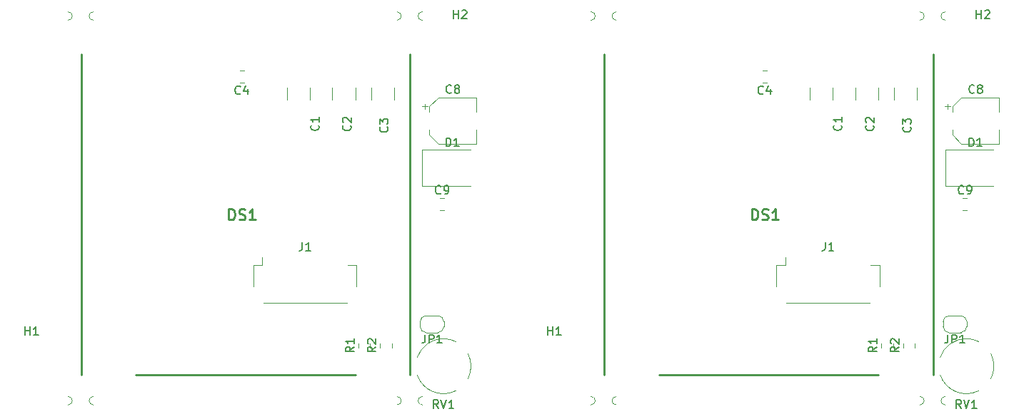
<source format=gto>
G04 #@! TF.GenerationSoftware,KiCad,Pcbnew,7.0.8*
G04 #@! TF.CreationDate,2023-12-11T19:30:21+01:00*
G04 #@! TF.ProjectId,dogs102,646f6773-3130-4322-9e6b-696361645f70,rev?*
G04 #@! TF.SameCoordinates,Original*
G04 #@! TF.FileFunction,Legend,Top*
G04 #@! TF.FilePolarity,Positive*
%FSLAX46Y46*%
G04 Gerber Fmt 4.6, Leading zero omitted, Abs format (unit mm)*
G04 Created by KiCad (PCBNEW 7.0.8) date 2023-12-11 19:30:21*
%MOMM*%
%LPD*%
G01*
G04 APERTURE LIST*
%ADD10C,0.150000*%
%ADD11C,0.254000*%
%ADD12C,0.120000*%
%ADD13C,0.100000*%
G04 APERTURE END LIST*
D10*
X159469580Y-94796166D02*
X159517200Y-94843785D01*
X159517200Y-94843785D02*
X159564819Y-94986642D01*
X159564819Y-94986642D02*
X159564819Y-95081880D01*
X159564819Y-95081880D02*
X159517200Y-95224737D01*
X159517200Y-95224737D02*
X159421961Y-95319975D01*
X159421961Y-95319975D02*
X159326723Y-95367594D01*
X159326723Y-95367594D02*
X159136247Y-95415213D01*
X159136247Y-95415213D02*
X158993390Y-95415213D01*
X158993390Y-95415213D02*
X158802914Y-95367594D01*
X158802914Y-95367594D02*
X158707676Y-95319975D01*
X158707676Y-95319975D02*
X158612438Y-95224737D01*
X158612438Y-95224737D02*
X158564819Y-95081880D01*
X158564819Y-95081880D02*
X158564819Y-94986642D01*
X158564819Y-94986642D02*
X158612438Y-94843785D01*
X158612438Y-94843785D02*
X158660057Y-94796166D01*
X158660057Y-94415213D02*
X158612438Y-94367594D01*
X158612438Y-94367594D02*
X158564819Y-94272356D01*
X158564819Y-94272356D02*
X158564819Y-94034261D01*
X158564819Y-94034261D02*
X158612438Y-93939023D01*
X158612438Y-93939023D02*
X158660057Y-93891404D01*
X158660057Y-93891404D02*
X158755295Y-93843785D01*
X158755295Y-93843785D02*
X158850533Y-93843785D01*
X158850533Y-93843785D02*
X158993390Y-93891404D01*
X158993390Y-93891404D02*
X159564819Y-94462832D01*
X159564819Y-94462832D02*
X159564819Y-93843785D01*
X163857580Y-94958666D02*
X163905200Y-95006285D01*
X163905200Y-95006285D02*
X163952819Y-95149142D01*
X163952819Y-95149142D02*
X163952819Y-95244380D01*
X163952819Y-95244380D02*
X163905200Y-95387237D01*
X163905200Y-95387237D02*
X163809961Y-95482475D01*
X163809961Y-95482475D02*
X163714723Y-95530094D01*
X163714723Y-95530094D02*
X163524247Y-95577713D01*
X163524247Y-95577713D02*
X163381390Y-95577713D01*
X163381390Y-95577713D02*
X163190914Y-95530094D01*
X163190914Y-95530094D02*
X163095676Y-95482475D01*
X163095676Y-95482475D02*
X163000438Y-95387237D01*
X163000438Y-95387237D02*
X162952819Y-95244380D01*
X162952819Y-95244380D02*
X162952819Y-95149142D01*
X162952819Y-95149142D02*
X163000438Y-95006285D01*
X163000438Y-95006285D02*
X163048057Y-94958666D01*
X162952819Y-94625332D02*
X162952819Y-94006285D01*
X162952819Y-94006285D02*
X163333771Y-94339618D01*
X163333771Y-94339618D02*
X163333771Y-94196761D01*
X163333771Y-94196761D02*
X163381390Y-94101523D01*
X163381390Y-94101523D02*
X163429009Y-94053904D01*
X163429009Y-94053904D02*
X163524247Y-94006285D01*
X163524247Y-94006285D02*
X163762342Y-94006285D01*
X163762342Y-94006285D02*
X163857580Y-94053904D01*
X163857580Y-94053904D02*
X163905200Y-94101523D01*
X163905200Y-94101523D02*
X163952819Y-94196761D01*
X163952819Y-94196761D02*
X163952819Y-94482475D01*
X163952819Y-94482475D02*
X163905200Y-94577713D01*
X163905200Y-94577713D02*
X163857580Y-94625332D01*
X155669580Y-94766666D02*
X155717200Y-94814285D01*
X155717200Y-94814285D02*
X155764819Y-94957142D01*
X155764819Y-94957142D02*
X155764819Y-95052380D01*
X155764819Y-95052380D02*
X155717200Y-95195237D01*
X155717200Y-95195237D02*
X155621961Y-95290475D01*
X155621961Y-95290475D02*
X155526723Y-95338094D01*
X155526723Y-95338094D02*
X155336247Y-95385713D01*
X155336247Y-95385713D02*
X155193390Y-95385713D01*
X155193390Y-95385713D02*
X155002914Y-95338094D01*
X155002914Y-95338094D02*
X154907676Y-95290475D01*
X154907676Y-95290475D02*
X154812438Y-95195237D01*
X154812438Y-95195237D02*
X154764819Y-95052380D01*
X154764819Y-95052380D02*
X154764819Y-94957142D01*
X154764819Y-94957142D02*
X154812438Y-94814285D01*
X154812438Y-94814285D02*
X154860057Y-94766666D01*
X155764819Y-93814285D02*
X155764819Y-94385713D01*
X155764819Y-94099999D02*
X154764819Y-94099999D01*
X154764819Y-94099999D02*
X154907676Y-94195237D01*
X154907676Y-94195237D02*
X155002914Y-94290475D01*
X155002914Y-94290475D02*
X155050533Y-94385713D01*
X120904095Y-119698819D02*
X120904095Y-118698819D01*
X120904095Y-119175009D02*
X121475523Y-119175009D01*
X121475523Y-119698819D02*
X121475523Y-118698819D01*
X122475523Y-119698819D02*
X121904095Y-119698819D01*
X122189809Y-119698819D02*
X122189809Y-118698819D01*
X122189809Y-118698819D02*
X122094571Y-118841676D01*
X122094571Y-118841676D02*
X121999333Y-118936914D01*
X121999333Y-118936914D02*
X121904095Y-118984533D01*
X171704095Y-82106819D02*
X171704095Y-81106819D01*
X171704095Y-81583009D02*
X172275523Y-81583009D01*
X172275523Y-82106819D02*
X172275523Y-81106819D01*
X172704095Y-81202057D02*
X172751714Y-81154438D01*
X172751714Y-81154438D02*
X172846952Y-81106819D01*
X172846952Y-81106819D02*
X173085047Y-81106819D01*
X173085047Y-81106819D02*
X173180285Y-81154438D01*
X173180285Y-81154438D02*
X173227904Y-81202057D01*
X173227904Y-81202057D02*
X173275523Y-81297295D01*
X173275523Y-81297295D02*
X173275523Y-81392533D01*
X173275523Y-81392533D02*
X173227904Y-81535390D01*
X173227904Y-81535390D02*
X172656476Y-82106819D01*
X172656476Y-82106819D02*
X173275523Y-82106819D01*
X146443333Y-91009580D02*
X146395714Y-91057200D01*
X146395714Y-91057200D02*
X146252857Y-91104819D01*
X146252857Y-91104819D02*
X146157619Y-91104819D01*
X146157619Y-91104819D02*
X146014762Y-91057200D01*
X146014762Y-91057200D02*
X145919524Y-90961961D01*
X145919524Y-90961961D02*
X145871905Y-90866723D01*
X145871905Y-90866723D02*
X145824286Y-90676247D01*
X145824286Y-90676247D02*
X145824286Y-90533390D01*
X145824286Y-90533390D02*
X145871905Y-90342914D01*
X145871905Y-90342914D02*
X145919524Y-90247676D01*
X145919524Y-90247676D02*
X146014762Y-90152438D01*
X146014762Y-90152438D02*
X146157619Y-90104819D01*
X146157619Y-90104819D02*
X146252857Y-90104819D01*
X146252857Y-90104819D02*
X146395714Y-90152438D01*
X146395714Y-90152438D02*
X146443333Y-90200057D01*
X147300476Y-90438152D02*
X147300476Y-91104819D01*
X147062381Y-90057200D02*
X146824286Y-90771485D01*
X146824286Y-90771485D02*
X147443333Y-90771485D01*
X171451333Y-90893580D02*
X171403714Y-90941200D01*
X171403714Y-90941200D02*
X171260857Y-90988819D01*
X171260857Y-90988819D02*
X171165619Y-90988819D01*
X171165619Y-90988819D02*
X171022762Y-90941200D01*
X171022762Y-90941200D02*
X170927524Y-90845961D01*
X170927524Y-90845961D02*
X170879905Y-90750723D01*
X170879905Y-90750723D02*
X170832286Y-90560247D01*
X170832286Y-90560247D02*
X170832286Y-90417390D01*
X170832286Y-90417390D02*
X170879905Y-90226914D01*
X170879905Y-90226914D02*
X170927524Y-90131676D01*
X170927524Y-90131676D02*
X171022762Y-90036438D01*
X171022762Y-90036438D02*
X171165619Y-89988819D01*
X171165619Y-89988819D02*
X171260857Y-89988819D01*
X171260857Y-89988819D02*
X171403714Y-90036438D01*
X171403714Y-90036438D02*
X171451333Y-90084057D01*
X172022762Y-90417390D02*
X171927524Y-90369771D01*
X171927524Y-90369771D02*
X171879905Y-90322152D01*
X171879905Y-90322152D02*
X171832286Y-90226914D01*
X171832286Y-90226914D02*
X171832286Y-90179295D01*
X171832286Y-90179295D02*
X171879905Y-90084057D01*
X171879905Y-90084057D02*
X171927524Y-90036438D01*
X171927524Y-90036438D02*
X172022762Y-89988819D01*
X172022762Y-89988819D02*
X172213238Y-89988819D01*
X172213238Y-89988819D02*
X172308476Y-90036438D01*
X172308476Y-90036438D02*
X172356095Y-90084057D01*
X172356095Y-90084057D02*
X172403714Y-90179295D01*
X172403714Y-90179295D02*
X172403714Y-90226914D01*
X172403714Y-90226914D02*
X172356095Y-90322152D01*
X172356095Y-90322152D02*
X172308476Y-90369771D01*
X172308476Y-90369771D02*
X172213238Y-90417390D01*
X172213238Y-90417390D02*
X172022762Y-90417390D01*
X172022762Y-90417390D02*
X171927524Y-90465009D01*
X171927524Y-90465009D02*
X171879905Y-90512628D01*
X171879905Y-90512628D02*
X171832286Y-90607866D01*
X171832286Y-90607866D02*
X171832286Y-90798342D01*
X171832286Y-90798342D02*
X171879905Y-90893580D01*
X171879905Y-90893580D02*
X171927524Y-90941200D01*
X171927524Y-90941200D02*
X172022762Y-90988819D01*
X172022762Y-90988819D02*
X172213238Y-90988819D01*
X172213238Y-90988819D02*
X172308476Y-90941200D01*
X172308476Y-90941200D02*
X172356095Y-90893580D01*
X172356095Y-90893580D02*
X172403714Y-90798342D01*
X172403714Y-90798342D02*
X172403714Y-90607866D01*
X172403714Y-90607866D02*
X172356095Y-90512628D01*
X172356095Y-90512628D02*
X172308476Y-90465009D01*
X172308476Y-90465009D02*
X172213238Y-90417390D01*
X170188833Y-102849580D02*
X170141214Y-102897200D01*
X170141214Y-102897200D02*
X169998357Y-102944819D01*
X169998357Y-102944819D02*
X169903119Y-102944819D01*
X169903119Y-102944819D02*
X169760262Y-102897200D01*
X169760262Y-102897200D02*
X169665024Y-102801961D01*
X169665024Y-102801961D02*
X169617405Y-102706723D01*
X169617405Y-102706723D02*
X169569786Y-102516247D01*
X169569786Y-102516247D02*
X169569786Y-102373390D01*
X169569786Y-102373390D02*
X169617405Y-102182914D01*
X169617405Y-102182914D02*
X169665024Y-102087676D01*
X169665024Y-102087676D02*
X169760262Y-101992438D01*
X169760262Y-101992438D02*
X169903119Y-101944819D01*
X169903119Y-101944819D02*
X169998357Y-101944819D01*
X169998357Y-101944819D02*
X170141214Y-101992438D01*
X170141214Y-101992438D02*
X170188833Y-102040057D01*
X170665024Y-102944819D02*
X170855500Y-102944819D01*
X170855500Y-102944819D02*
X170950738Y-102897200D01*
X170950738Y-102897200D02*
X170998357Y-102849580D01*
X170998357Y-102849580D02*
X171093595Y-102706723D01*
X171093595Y-102706723D02*
X171141214Y-102516247D01*
X171141214Y-102516247D02*
X171141214Y-102135295D01*
X171141214Y-102135295D02*
X171093595Y-102040057D01*
X171093595Y-102040057D02*
X171045976Y-101992438D01*
X171045976Y-101992438D02*
X170950738Y-101944819D01*
X170950738Y-101944819D02*
X170760262Y-101944819D01*
X170760262Y-101944819D02*
X170665024Y-101992438D01*
X170665024Y-101992438D02*
X170617405Y-102040057D01*
X170617405Y-102040057D02*
X170569786Y-102135295D01*
X170569786Y-102135295D02*
X170569786Y-102373390D01*
X170569786Y-102373390D02*
X170617405Y-102468628D01*
X170617405Y-102468628D02*
X170665024Y-102516247D01*
X170665024Y-102516247D02*
X170760262Y-102563866D01*
X170760262Y-102563866D02*
X170950738Y-102563866D01*
X170950738Y-102563866D02*
X171045976Y-102516247D01*
X171045976Y-102516247D02*
X171093595Y-102468628D01*
X171093595Y-102468628D02*
X171141214Y-102373390D01*
X170829905Y-97276819D02*
X170829905Y-96276819D01*
X170829905Y-96276819D02*
X171068000Y-96276819D01*
X171068000Y-96276819D02*
X171210857Y-96324438D01*
X171210857Y-96324438D02*
X171306095Y-96419676D01*
X171306095Y-96419676D02*
X171353714Y-96514914D01*
X171353714Y-96514914D02*
X171401333Y-96705390D01*
X171401333Y-96705390D02*
X171401333Y-96848247D01*
X171401333Y-96848247D02*
X171353714Y-97038723D01*
X171353714Y-97038723D02*
X171306095Y-97133961D01*
X171306095Y-97133961D02*
X171210857Y-97229200D01*
X171210857Y-97229200D02*
X171068000Y-97276819D01*
X171068000Y-97276819D02*
X170829905Y-97276819D01*
X172353714Y-97276819D02*
X171782286Y-97276819D01*
X172068000Y-97276819D02*
X172068000Y-96276819D01*
X172068000Y-96276819D02*
X171972762Y-96419676D01*
X171972762Y-96419676D02*
X171877524Y-96514914D01*
X171877524Y-96514914D02*
X171782286Y-96562533D01*
X159914819Y-121104166D02*
X159438628Y-121437499D01*
X159914819Y-121675594D02*
X158914819Y-121675594D01*
X158914819Y-121675594D02*
X158914819Y-121294642D01*
X158914819Y-121294642D02*
X158962438Y-121199404D01*
X158962438Y-121199404D02*
X159010057Y-121151785D01*
X159010057Y-121151785D02*
X159105295Y-121104166D01*
X159105295Y-121104166D02*
X159248152Y-121104166D01*
X159248152Y-121104166D02*
X159343390Y-121151785D01*
X159343390Y-121151785D02*
X159391009Y-121199404D01*
X159391009Y-121199404D02*
X159438628Y-121294642D01*
X159438628Y-121294642D02*
X159438628Y-121675594D01*
X159914819Y-120151785D02*
X159914819Y-120723213D01*
X159914819Y-120437499D02*
X158914819Y-120437499D01*
X158914819Y-120437499D02*
X159057676Y-120532737D01*
X159057676Y-120532737D02*
X159152914Y-120627975D01*
X159152914Y-120627975D02*
X159200533Y-120723213D01*
X162514819Y-121104166D02*
X162038628Y-121437499D01*
X162514819Y-121675594D02*
X161514819Y-121675594D01*
X161514819Y-121675594D02*
X161514819Y-121294642D01*
X161514819Y-121294642D02*
X161562438Y-121199404D01*
X161562438Y-121199404D02*
X161610057Y-121151785D01*
X161610057Y-121151785D02*
X161705295Y-121104166D01*
X161705295Y-121104166D02*
X161848152Y-121104166D01*
X161848152Y-121104166D02*
X161943390Y-121151785D01*
X161943390Y-121151785D02*
X161991009Y-121199404D01*
X161991009Y-121199404D02*
X162038628Y-121294642D01*
X162038628Y-121294642D02*
X162038628Y-121675594D01*
X161610057Y-120723213D02*
X161562438Y-120675594D01*
X161562438Y-120675594D02*
X161514819Y-120580356D01*
X161514819Y-120580356D02*
X161514819Y-120342261D01*
X161514819Y-120342261D02*
X161562438Y-120247023D01*
X161562438Y-120247023D02*
X161610057Y-120199404D01*
X161610057Y-120199404D02*
X161705295Y-120151785D01*
X161705295Y-120151785D02*
X161800533Y-120151785D01*
X161800533Y-120151785D02*
X161943390Y-120199404D01*
X161943390Y-120199404D02*
X162514819Y-120770832D01*
X162514819Y-120770832D02*
X162514819Y-120151785D01*
D11*
X145070206Y-105999278D02*
X145070206Y-104729278D01*
X145070206Y-104729278D02*
X145372587Y-104729278D01*
X145372587Y-104729278D02*
X145554016Y-104789754D01*
X145554016Y-104789754D02*
X145674968Y-104910706D01*
X145674968Y-104910706D02*
X145735445Y-105031659D01*
X145735445Y-105031659D02*
X145795921Y-105273563D01*
X145795921Y-105273563D02*
X145795921Y-105454992D01*
X145795921Y-105454992D02*
X145735445Y-105696897D01*
X145735445Y-105696897D02*
X145674968Y-105817849D01*
X145674968Y-105817849D02*
X145554016Y-105938802D01*
X145554016Y-105938802D02*
X145372587Y-105999278D01*
X145372587Y-105999278D02*
X145070206Y-105999278D01*
X146279730Y-105938802D02*
X146461159Y-105999278D01*
X146461159Y-105999278D02*
X146763540Y-105999278D01*
X146763540Y-105999278D02*
X146884492Y-105938802D01*
X146884492Y-105938802D02*
X146944968Y-105878325D01*
X146944968Y-105878325D02*
X147005445Y-105757373D01*
X147005445Y-105757373D02*
X147005445Y-105636421D01*
X147005445Y-105636421D02*
X146944968Y-105515468D01*
X146944968Y-105515468D02*
X146884492Y-105454992D01*
X146884492Y-105454992D02*
X146763540Y-105394516D01*
X146763540Y-105394516D02*
X146521635Y-105334040D01*
X146521635Y-105334040D02*
X146400683Y-105273563D01*
X146400683Y-105273563D02*
X146340206Y-105213087D01*
X146340206Y-105213087D02*
X146279730Y-105092135D01*
X146279730Y-105092135D02*
X146279730Y-104971182D01*
X146279730Y-104971182D02*
X146340206Y-104850230D01*
X146340206Y-104850230D02*
X146400683Y-104789754D01*
X146400683Y-104789754D02*
X146521635Y-104729278D01*
X146521635Y-104729278D02*
X146824016Y-104729278D01*
X146824016Y-104729278D02*
X147005445Y-104789754D01*
X148214969Y-105999278D02*
X147489254Y-105999278D01*
X147852111Y-105999278D02*
X147852111Y-104729278D01*
X147852111Y-104729278D02*
X147731159Y-104910706D01*
X147731159Y-104910706D02*
X147610207Y-105031659D01*
X147610207Y-105031659D02*
X147489254Y-105092135D01*
D10*
X168326666Y-119654819D02*
X168326666Y-120369104D01*
X168326666Y-120369104D02*
X168279047Y-120511961D01*
X168279047Y-120511961D02*
X168183809Y-120607200D01*
X168183809Y-120607200D02*
X168040952Y-120654819D01*
X168040952Y-120654819D02*
X167945714Y-120654819D01*
X168802857Y-120654819D02*
X168802857Y-119654819D01*
X168802857Y-119654819D02*
X169183809Y-119654819D01*
X169183809Y-119654819D02*
X169279047Y-119702438D01*
X169279047Y-119702438D02*
X169326666Y-119750057D01*
X169326666Y-119750057D02*
X169374285Y-119845295D01*
X169374285Y-119845295D02*
X169374285Y-119988152D01*
X169374285Y-119988152D02*
X169326666Y-120083390D01*
X169326666Y-120083390D02*
X169279047Y-120131009D01*
X169279047Y-120131009D02*
X169183809Y-120178628D01*
X169183809Y-120178628D02*
X168802857Y-120178628D01*
X170326666Y-120654819D02*
X169755238Y-120654819D01*
X170040952Y-120654819D02*
X170040952Y-119654819D01*
X170040952Y-119654819D02*
X169945714Y-119797676D01*
X169945714Y-119797676D02*
X169850476Y-119892914D01*
X169850476Y-119892914D02*
X169755238Y-119940533D01*
X169914761Y-128414819D02*
X169581428Y-127938628D01*
X169343333Y-128414819D02*
X169343333Y-127414819D01*
X169343333Y-127414819D02*
X169724285Y-127414819D01*
X169724285Y-127414819D02*
X169819523Y-127462438D01*
X169819523Y-127462438D02*
X169867142Y-127510057D01*
X169867142Y-127510057D02*
X169914761Y-127605295D01*
X169914761Y-127605295D02*
X169914761Y-127748152D01*
X169914761Y-127748152D02*
X169867142Y-127843390D01*
X169867142Y-127843390D02*
X169819523Y-127891009D01*
X169819523Y-127891009D02*
X169724285Y-127938628D01*
X169724285Y-127938628D02*
X169343333Y-127938628D01*
X170200476Y-127414819D02*
X170533809Y-128414819D01*
X170533809Y-128414819D02*
X170867142Y-127414819D01*
X171724285Y-128414819D02*
X171152857Y-128414819D01*
X171438571Y-128414819D02*
X171438571Y-127414819D01*
X171438571Y-127414819D02*
X171343333Y-127557676D01*
X171343333Y-127557676D02*
X171248095Y-127652914D01*
X171248095Y-127652914D02*
X171152857Y-127700533D01*
X215776666Y-108674819D02*
X215776666Y-109389104D01*
X215776666Y-109389104D02*
X215729047Y-109531961D01*
X215729047Y-109531961D02*
X215633809Y-109627200D01*
X215633809Y-109627200D02*
X215490952Y-109674819D01*
X215490952Y-109674819D02*
X215395714Y-109674819D01*
X216776666Y-109674819D02*
X216205238Y-109674819D01*
X216490952Y-109674819D02*
X216490952Y-108674819D01*
X216490952Y-108674819D02*
X216395714Y-108817676D01*
X216395714Y-108817676D02*
X216300476Y-108912914D01*
X216300476Y-108912914D02*
X216205238Y-108960533D01*
X221914819Y-121104166D02*
X221438628Y-121437499D01*
X221914819Y-121675594D02*
X220914819Y-121675594D01*
X220914819Y-121675594D02*
X220914819Y-121294642D01*
X220914819Y-121294642D02*
X220962438Y-121199404D01*
X220962438Y-121199404D02*
X221010057Y-121151785D01*
X221010057Y-121151785D02*
X221105295Y-121104166D01*
X221105295Y-121104166D02*
X221248152Y-121104166D01*
X221248152Y-121104166D02*
X221343390Y-121151785D01*
X221343390Y-121151785D02*
X221391009Y-121199404D01*
X221391009Y-121199404D02*
X221438628Y-121294642D01*
X221438628Y-121294642D02*
X221438628Y-121675594D01*
X221914819Y-120151785D02*
X221914819Y-120723213D01*
X221914819Y-120437499D02*
X220914819Y-120437499D01*
X220914819Y-120437499D02*
X221057676Y-120532737D01*
X221057676Y-120532737D02*
X221152914Y-120627975D01*
X221152914Y-120627975D02*
X221200533Y-120723213D01*
D11*
X207070206Y-105999278D02*
X207070206Y-104729278D01*
X207070206Y-104729278D02*
X207372587Y-104729278D01*
X207372587Y-104729278D02*
X207554016Y-104789754D01*
X207554016Y-104789754D02*
X207674968Y-104910706D01*
X207674968Y-104910706D02*
X207735445Y-105031659D01*
X207735445Y-105031659D02*
X207795921Y-105273563D01*
X207795921Y-105273563D02*
X207795921Y-105454992D01*
X207795921Y-105454992D02*
X207735445Y-105696897D01*
X207735445Y-105696897D02*
X207674968Y-105817849D01*
X207674968Y-105817849D02*
X207554016Y-105938802D01*
X207554016Y-105938802D02*
X207372587Y-105999278D01*
X207372587Y-105999278D02*
X207070206Y-105999278D01*
X208279730Y-105938802D02*
X208461159Y-105999278D01*
X208461159Y-105999278D02*
X208763540Y-105999278D01*
X208763540Y-105999278D02*
X208884492Y-105938802D01*
X208884492Y-105938802D02*
X208944968Y-105878325D01*
X208944968Y-105878325D02*
X209005445Y-105757373D01*
X209005445Y-105757373D02*
X209005445Y-105636421D01*
X209005445Y-105636421D02*
X208944968Y-105515468D01*
X208944968Y-105515468D02*
X208884492Y-105454992D01*
X208884492Y-105454992D02*
X208763540Y-105394516D01*
X208763540Y-105394516D02*
X208521635Y-105334040D01*
X208521635Y-105334040D02*
X208400683Y-105273563D01*
X208400683Y-105273563D02*
X208340206Y-105213087D01*
X208340206Y-105213087D02*
X208279730Y-105092135D01*
X208279730Y-105092135D02*
X208279730Y-104971182D01*
X208279730Y-104971182D02*
X208340206Y-104850230D01*
X208340206Y-104850230D02*
X208400683Y-104789754D01*
X208400683Y-104789754D02*
X208521635Y-104729278D01*
X208521635Y-104729278D02*
X208824016Y-104729278D01*
X208824016Y-104729278D02*
X209005445Y-104789754D01*
X210214969Y-105999278D02*
X209489254Y-105999278D01*
X209852111Y-105999278D02*
X209852111Y-104729278D01*
X209852111Y-104729278D02*
X209731159Y-104910706D01*
X209731159Y-104910706D02*
X209610207Y-105031659D01*
X209610207Y-105031659D02*
X209489254Y-105092135D01*
D10*
X232829905Y-97276819D02*
X232829905Y-96276819D01*
X232829905Y-96276819D02*
X233068000Y-96276819D01*
X233068000Y-96276819D02*
X233210857Y-96324438D01*
X233210857Y-96324438D02*
X233306095Y-96419676D01*
X233306095Y-96419676D02*
X233353714Y-96514914D01*
X233353714Y-96514914D02*
X233401333Y-96705390D01*
X233401333Y-96705390D02*
X233401333Y-96848247D01*
X233401333Y-96848247D02*
X233353714Y-97038723D01*
X233353714Y-97038723D02*
X233306095Y-97133961D01*
X233306095Y-97133961D02*
X233210857Y-97229200D01*
X233210857Y-97229200D02*
X233068000Y-97276819D01*
X233068000Y-97276819D02*
X232829905Y-97276819D01*
X234353714Y-97276819D02*
X233782286Y-97276819D01*
X234068000Y-97276819D02*
X234068000Y-96276819D01*
X234068000Y-96276819D02*
X233972762Y-96419676D01*
X233972762Y-96419676D02*
X233877524Y-96514914D01*
X233877524Y-96514914D02*
X233782286Y-96562533D01*
X225857580Y-94958666D02*
X225905200Y-95006285D01*
X225905200Y-95006285D02*
X225952819Y-95149142D01*
X225952819Y-95149142D02*
X225952819Y-95244380D01*
X225952819Y-95244380D02*
X225905200Y-95387237D01*
X225905200Y-95387237D02*
X225809961Y-95482475D01*
X225809961Y-95482475D02*
X225714723Y-95530094D01*
X225714723Y-95530094D02*
X225524247Y-95577713D01*
X225524247Y-95577713D02*
X225381390Y-95577713D01*
X225381390Y-95577713D02*
X225190914Y-95530094D01*
X225190914Y-95530094D02*
X225095676Y-95482475D01*
X225095676Y-95482475D02*
X225000438Y-95387237D01*
X225000438Y-95387237D02*
X224952819Y-95244380D01*
X224952819Y-95244380D02*
X224952819Y-95149142D01*
X224952819Y-95149142D02*
X225000438Y-95006285D01*
X225000438Y-95006285D02*
X225048057Y-94958666D01*
X224952819Y-94625332D02*
X224952819Y-94006285D01*
X224952819Y-94006285D02*
X225333771Y-94339618D01*
X225333771Y-94339618D02*
X225333771Y-94196761D01*
X225333771Y-94196761D02*
X225381390Y-94101523D01*
X225381390Y-94101523D02*
X225429009Y-94053904D01*
X225429009Y-94053904D02*
X225524247Y-94006285D01*
X225524247Y-94006285D02*
X225762342Y-94006285D01*
X225762342Y-94006285D02*
X225857580Y-94053904D01*
X225857580Y-94053904D02*
X225905200Y-94101523D01*
X225905200Y-94101523D02*
X225952819Y-94196761D01*
X225952819Y-94196761D02*
X225952819Y-94482475D01*
X225952819Y-94482475D02*
X225905200Y-94577713D01*
X225905200Y-94577713D02*
X225857580Y-94625332D01*
X208443333Y-91009580D02*
X208395714Y-91057200D01*
X208395714Y-91057200D02*
X208252857Y-91104819D01*
X208252857Y-91104819D02*
X208157619Y-91104819D01*
X208157619Y-91104819D02*
X208014762Y-91057200D01*
X208014762Y-91057200D02*
X207919524Y-90961961D01*
X207919524Y-90961961D02*
X207871905Y-90866723D01*
X207871905Y-90866723D02*
X207824286Y-90676247D01*
X207824286Y-90676247D02*
X207824286Y-90533390D01*
X207824286Y-90533390D02*
X207871905Y-90342914D01*
X207871905Y-90342914D02*
X207919524Y-90247676D01*
X207919524Y-90247676D02*
X208014762Y-90152438D01*
X208014762Y-90152438D02*
X208157619Y-90104819D01*
X208157619Y-90104819D02*
X208252857Y-90104819D01*
X208252857Y-90104819D02*
X208395714Y-90152438D01*
X208395714Y-90152438D02*
X208443333Y-90200057D01*
X209300476Y-90438152D02*
X209300476Y-91104819D01*
X209062381Y-90057200D02*
X208824286Y-90771485D01*
X208824286Y-90771485D02*
X209443333Y-90771485D01*
X232188833Y-102849580D02*
X232141214Y-102897200D01*
X232141214Y-102897200D02*
X231998357Y-102944819D01*
X231998357Y-102944819D02*
X231903119Y-102944819D01*
X231903119Y-102944819D02*
X231760262Y-102897200D01*
X231760262Y-102897200D02*
X231665024Y-102801961D01*
X231665024Y-102801961D02*
X231617405Y-102706723D01*
X231617405Y-102706723D02*
X231569786Y-102516247D01*
X231569786Y-102516247D02*
X231569786Y-102373390D01*
X231569786Y-102373390D02*
X231617405Y-102182914D01*
X231617405Y-102182914D02*
X231665024Y-102087676D01*
X231665024Y-102087676D02*
X231760262Y-101992438D01*
X231760262Y-101992438D02*
X231903119Y-101944819D01*
X231903119Y-101944819D02*
X231998357Y-101944819D01*
X231998357Y-101944819D02*
X232141214Y-101992438D01*
X232141214Y-101992438D02*
X232188833Y-102040057D01*
X232665024Y-102944819D02*
X232855500Y-102944819D01*
X232855500Y-102944819D02*
X232950738Y-102897200D01*
X232950738Y-102897200D02*
X232998357Y-102849580D01*
X232998357Y-102849580D02*
X233093595Y-102706723D01*
X233093595Y-102706723D02*
X233141214Y-102516247D01*
X233141214Y-102516247D02*
X233141214Y-102135295D01*
X233141214Y-102135295D02*
X233093595Y-102040057D01*
X233093595Y-102040057D02*
X233045976Y-101992438D01*
X233045976Y-101992438D02*
X232950738Y-101944819D01*
X232950738Y-101944819D02*
X232760262Y-101944819D01*
X232760262Y-101944819D02*
X232665024Y-101992438D01*
X232665024Y-101992438D02*
X232617405Y-102040057D01*
X232617405Y-102040057D02*
X232569786Y-102135295D01*
X232569786Y-102135295D02*
X232569786Y-102373390D01*
X232569786Y-102373390D02*
X232617405Y-102468628D01*
X232617405Y-102468628D02*
X232665024Y-102516247D01*
X232665024Y-102516247D02*
X232760262Y-102563866D01*
X232760262Y-102563866D02*
X232950738Y-102563866D01*
X232950738Y-102563866D02*
X233045976Y-102516247D01*
X233045976Y-102516247D02*
X233093595Y-102468628D01*
X233093595Y-102468628D02*
X233141214Y-102373390D01*
X233451333Y-90893580D02*
X233403714Y-90941200D01*
X233403714Y-90941200D02*
X233260857Y-90988819D01*
X233260857Y-90988819D02*
X233165619Y-90988819D01*
X233165619Y-90988819D02*
X233022762Y-90941200D01*
X233022762Y-90941200D02*
X232927524Y-90845961D01*
X232927524Y-90845961D02*
X232879905Y-90750723D01*
X232879905Y-90750723D02*
X232832286Y-90560247D01*
X232832286Y-90560247D02*
X232832286Y-90417390D01*
X232832286Y-90417390D02*
X232879905Y-90226914D01*
X232879905Y-90226914D02*
X232927524Y-90131676D01*
X232927524Y-90131676D02*
X233022762Y-90036438D01*
X233022762Y-90036438D02*
X233165619Y-89988819D01*
X233165619Y-89988819D02*
X233260857Y-89988819D01*
X233260857Y-89988819D02*
X233403714Y-90036438D01*
X233403714Y-90036438D02*
X233451333Y-90084057D01*
X234022762Y-90417390D02*
X233927524Y-90369771D01*
X233927524Y-90369771D02*
X233879905Y-90322152D01*
X233879905Y-90322152D02*
X233832286Y-90226914D01*
X233832286Y-90226914D02*
X233832286Y-90179295D01*
X233832286Y-90179295D02*
X233879905Y-90084057D01*
X233879905Y-90084057D02*
X233927524Y-90036438D01*
X233927524Y-90036438D02*
X234022762Y-89988819D01*
X234022762Y-89988819D02*
X234213238Y-89988819D01*
X234213238Y-89988819D02*
X234308476Y-90036438D01*
X234308476Y-90036438D02*
X234356095Y-90084057D01*
X234356095Y-90084057D02*
X234403714Y-90179295D01*
X234403714Y-90179295D02*
X234403714Y-90226914D01*
X234403714Y-90226914D02*
X234356095Y-90322152D01*
X234356095Y-90322152D02*
X234308476Y-90369771D01*
X234308476Y-90369771D02*
X234213238Y-90417390D01*
X234213238Y-90417390D02*
X234022762Y-90417390D01*
X234022762Y-90417390D02*
X233927524Y-90465009D01*
X233927524Y-90465009D02*
X233879905Y-90512628D01*
X233879905Y-90512628D02*
X233832286Y-90607866D01*
X233832286Y-90607866D02*
X233832286Y-90798342D01*
X233832286Y-90798342D02*
X233879905Y-90893580D01*
X233879905Y-90893580D02*
X233927524Y-90941200D01*
X233927524Y-90941200D02*
X234022762Y-90988819D01*
X234022762Y-90988819D02*
X234213238Y-90988819D01*
X234213238Y-90988819D02*
X234308476Y-90941200D01*
X234308476Y-90941200D02*
X234356095Y-90893580D01*
X234356095Y-90893580D02*
X234403714Y-90798342D01*
X234403714Y-90798342D02*
X234403714Y-90607866D01*
X234403714Y-90607866D02*
X234356095Y-90512628D01*
X234356095Y-90512628D02*
X234308476Y-90465009D01*
X234308476Y-90465009D02*
X234213238Y-90417390D01*
X153776666Y-108674819D02*
X153776666Y-109389104D01*
X153776666Y-109389104D02*
X153729047Y-109531961D01*
X153729047Y-109531961D02*
X153633809Y-109627200D01*
X153633809Y-109627200D02*
X153490952Y-109674819D01*
X153490952Y-109674819D02*
X153395714Y-109674819D01*
X154776666Y-109674819D02*
X154205238Y-109674819D01*
X154490952Y-109674819D02*
X154490952Y-108674819D01*
X154490952Y-108674819D02*
X154395714Y-108817676D01*
X154395714Y-108817676D02*
X154300476Y-108912914D01*
X154300476Y-108912914D02*
X154205238Y-108960533D01*
X217669580Y-94766666D02*
X217717200Y-94814285D01*
X217717200Y-94814285D02*
X217764819Y-94957142D01*
X217764819Y-94957142D02*
X217764819Y-95052380D01*
X217764819Y-95052380D02*
X217717200Y-95195237D01*
X217717200Y-95195237D02*
X217621961Y-95290475D01*
X217621961Y-95290475D02*
X217526723Y-95338094D01*
X217526723Y-95338094D02*
X217336247Y-95385713D01*
X217336247Y-95385713D02*
X217193390Y-95385713D01*
X217193390Y-95385713D02*
X217002914Y-95338094D01*
X217002914Y-95338094D02*
X216907676Y-95290475D01*
X216907676Y-95290475D02*
X216812438Y-95195237D01*
X216812438Y-95195237D02*
X216764819Y-95052380D01*
X216764819Y-95052380D02*
X216764819Y-94957142D01*
X216764819Y-94957142D02*
X216812438Y-94814285D01*
X216812438Y-94814285D02*
X216860057Y-94766666D01*
X217764819Y-93814285D02*
X217764819Y-94385713D01*
X217764819Y-94099999D02*
X216764819Y-94099999D01*
X216764819Y-94099999D02*
X216907676Y-94195237D01*
X216907676Y-94195237D02*
X217002914Y-94290475D01*
X217002914Y-94290475D02*
X217050533Y-94385713D01*
X221469580Y-94796166D02*
X221517200Y-94843785D01*
X221517200Y-94843785D02*
X221564819Y-94986642D01*
X221564819Y-94986642D02*
X221564819Y-95081880D01*
X221564819Y-95081880D02*
X221517200Y-95224737D01*
X221517200Y-95224737D02*
X221421961Y-95319975D01*
X221421961Y-95319975D02*
X221326723Y-95367594D01*
X221326723Y-95367594D02*
X221136247Y-95415213D01*
X221136247Y-95415213D02*
X220993390Y-95415213D01*
X220993390Y-95415213D02*
X220802914Y-95367594D01*
X220802914Y-95367594D02*
X220707676Y-95319975D01*
X220707676Y-95319975D02*
X220612438Y-95224737D01*
X220612438Y-95224737D02*
X220564819Y-95081880D01*
X220564819Y-95081880D02*
X220564819Y-94986642D01*
X220564819Y-94986642D02*
X220612438Y-94843785D01*
X220612438Y-94843785D02*
X220660057Y-94796166D01*
X220660057Y-94415213D02*
X220612438Y-94367594D01*
X220612438Y-94367594D02*
X220564819Y-94272356D01*
X220564819Y-94272356D02*
X220564819Y-94034261D01*
X220564819Y-94034261D02*
X220612438Y-93939023D01*
X220612438Y-93939023D02*
X220660057Y-93891404D01*
X220660057Y-93891404D02*
X220755295Y-93843785D01*
X220755295Y-93843785D02*
X220850533Y-93843785D01*
X220850533Y-93843785D02*
X220993390Y-93891404D01*
X220993390Y-93891404D02*
X221564819Y-94462832D01*
X221564819Y-94462832D02*
X221564819Y-93843785D01*
X233704095Y-82106819D02*
X233704095Y-81106819D01*
X233704095Y-81583009D02*
X234275523Y-81583009D01*
X234275523Y-82106819D02*
X234275523Y-81106819D01*
X234704095Y-81202057D02*
X234751714Y-81154438D01*
X234751714Y-81154438D02*
X234846952Y-81106819D01*
X234846952Y-81106819D02*
X235085047Y-81106819D01*
X235085047Y-81106819D02*
X235180285Y-81154438D01*
X235180285Y-81154438D02*
X235227904Y-81202057D01*
X235227904Y-81202057D02*
X235275523Y-81297295D01*
X235275523Y-81297295D02*
X235275523Y-81392533D01*
X235275523Y-81392533D02*
X235227904Y-81535390D01*
X235227904Y-81535390D02*
X234656476Y-82106819D01*
X234656476Y-82106819D02*
X235275523Y-82106819D01*
X231914761Y-128414819D02*
X231581428Y-127938628D01*
X231343333Y-128414819D02*
X231343333Y-127414819D01*
X231343333Y-127414819D02*
X231724285Y-127414819D01*
X231724285Y-127414819D02*
X231819523Y-127462438D01*
X231819523Y-127462438D02*
X231867142Y-127510057D01*
X231867142Y-127510057D02*
X231914761Y-127605295D01*
X231914761Y-127605295D02*
X231914761Y-127748152D01*
X231914761Y-127748152D02*
X231867142Y-127843390D01*
X231867142Y-127843390D02*
X231819523Y-127891009D01*
X231819523Y-127891009D02*
X231724285Y-127938628D01*
X231724285Y-127938628D02*
X231343333Y-127938628D01*
X232200476Y-127414819D02*
X232533809Y-128414819D01*
X232533809Y-128414819D02*
X232867142Y-127414819D01*
X233724285Y-128414819D02*
X233152857Y-128414819D01*
X233438571Y-128414819D02*
X233438571Y-127414819D01*
X233438571Y-127414819D02*
X233343333Y-127557676D01*
X233343333Y-127557676D02*
X233248095Y-127652914D01*
X233248095Y-127652914D02*
X233152857Y-127700533D01*
X224514819Y-121104166D02*
X224038628Y-121437499D01*
X224514819Y-121675594D02*
X223514819Y-121675594D01*
X223514819Y-121675594D02*
X223514819Y-121294642D01*
X223514819Y-121294642D02*
X223562438Y-121199404D01*
X223562438Y-121199404D02*
X223610057Y-121151785D01*
X223610057Y-121151785D02*
X223705295Y-121104166D01*
X223705295Y-121104166D02*
X223848152Y-121104166D01*
X223848152Y-121104166D02*
X223943390Y-121151785D01*
X223943390Y-121151785D02*
X223991009Y-121199404D01*
X223991009Y-121199404D02*
X224038628Y-121294642D01*
X224038628Y-121294642D02*
X224038628Y-121675594D01*
X223610057Y-120723213D02*
X223562438Y-120675594D01*
X223562438Y-120675594D02*
X223514819Y-120580356D01*
X223514819Y-120580356D02*
X223514819Y-120342261D01*
X223514819Y-120342261D02*
X223562438Y-120247023D01*
X223562438Y-120247023D02*
X223610057Y-120199404D01*
X223610057Y-120199404D02*
X223705295Y-120151785D01*
X223705295Y-120151785D02*
X223800533Y-120151785D01*
X223800533Y-120151785D02*
X223943390Y-120199404D01*
X223943390Y-120199404D02*
X224514819Y-120770832D01*
X224514819Y-120770832D02*
X224514819Y-120151785D01*
X230326666Y-119654819D02*
X230326666Y-120369104D01*
X230326666Y-120369104D02*
X230279047Y-120511961D01*
X230279047Y-120511961D02*
X230183809Y-120607200D01*
X230183809Y-120607200D02*
X230040952Y-120654819D01*
X230040952Y-120654819D02*
X229945714Y-120654819D01*
X230802857Y-120654819D02*
X230802857Y-119654819D01*
X230802857Y-119654819D02*
X231183809Y-119654819D01*
X231183809Y-119654819D02*
X231279047Y-119702438D01*
X231279047Y-119702438D02*
X231326666Y-119750057D01*
X231326666Y-119750057D02*
X231374285Y-119845295D01*
X231374285Y-119845295D02*
X231374285Y-119988152D01*
X231374285Y-119988152D02*
X231326666Y-120083390D01*
X231326666Y-120083390D02*
X231279047Y-120131009D01*
X231279047Y-120131009D02*
X231183809Y-120178628D01*
X231183809Y-120178628D02*
X230802857Y-120178628D01*
X232326666Y-120654819D02*
X231755238Y-120654819D01*
X232040952Y-120654819D02*
X232040952Y-119654819D01*
X232040952Y-119654819D02*
X231945714Y-119797676D01*
X231945714Y-119797676D02*
X231850476Y-119892914D01*
X231850476Y-119892914D02*
X231755238Y-119940533D01*
X182904095Y-119698819D02*
X182904095Y-118698819D01*
X182904095Y-119175009D02*
X183475523Y-119175009D01*
X183475523Y-119698819D02*
X183475523Y-118698819D01*
X184475523Y-119698819D02*
X183904095Y-119698819D01*
X184189809Y-119698819D02*
X184189809Y-118698819D01*
X184189809Y-118698819D02*
X184094571Y-118841676D01*
X184094571Y-118841676D02*
X183999333Y-118936914D01*
X183999333Y-118936914D02*
X183904095Y-118984533D01*
D12*
X157350000Y-91748752D02*
X157350000Y-90326248D01*
X160070000Y-91748752D02*
X160070000Y-90326248D01*
X161950000Y-91711252D02*
X161950000Y-90288748D01*
X164670000Y-91711252D02*
X164670000Y-90288748D01*
X151950000Y-91748752D02*
X151950000Y-90326248D01*
X154670000Y-91748752D02*
X154670000Y-90326248D01*
X146868578Y-89710000D02*
X146351422Y-89710000D01*
X146868578Y-88290000D02*
X146351422Y-88290000D01*
X167993000Y-92549000D02*
X168618000Y-92549000D01*
X168305500Y-92236500D02*
X168305500Y-92861500D01*
X168858000Y-92538437D02*
X168858000Y-93174000D01*
X168858000Y-92538437D02*
X169922437Y-91474000D01*
X168858000Y-95929563D02*
X168858000Y-95294000D01*
X168858000Y-95929563D02*
X169922437Y-96994000D01*
X169922437Y-91474000D02*
X174378000Y-91474000D01*
X169922437Y-96994000D02*
X174378000Y-96994000D01*
X174378000Y-91474000D02*
X174378000Y-93174000D01*
X174378000Y-96994000D02*
X174378000Y-95294000D01*
X170096922Y-103430000D02*
X170614078Y-103430000D01*
X170096922Y-104850000D02*
X170614078Y-104850000D01*
X168018000Y-97672000D02*
X168018000Y-101972000D01*
X168018000Y-97672000D02*
X173718000Y-97672000D01*
X168018000Y-101972000D02*
X173718000Y-101972000D01*
X160400000Y-121196078D02*
X160400000Y-120678922D01*
X161820000Y-121196078D02*
X161820000Y-120678922D01*
X163000000Y-121196078D02*
X163000000Y-120678922D01*
X164420000Y-121196078D02*
X164420000Y-120678922D01*
D11*
X127566000Y-86360000D02*
X127566000Y-124460000D01*
X134066000Y-124460000D02*
X160066000Y-124460000D01*
X166566000Y-86360000D02*
X166566000Y-124460000D01*
D12*
X170560000Y-118100000D02*
X170560000Y-118700000D01*
X169860000Y-119400000D02*
X168460000Y-119400000D01*
X168460000Y-117400000D02*
X169860000Y-117400000D01*
X167760000Y-118700000D02*
X167760000Y-118100000D01*
X169860000Y-119400000D02*
G75*
G03*
X170560000Y-118700000I1J699999D01*
G01*
X170560000Y-118100000D02*
G75*
G03*
X169860000Y-117400000I-699999J1D01*
G01*
X167760000Y-118700000D02*
G75*
G03*
X168460000Y-119400000I700000J0D01*
G01*
X168460000Y-117400000D02*
G75*
G03*
X167760000Y-118100000I0J-700000D01*
G01*
X173423999Y-124884000D02*
G75*
G03*
X173423387Y-121914798I-2913999J1484000D01*
G01*
X167418000Y-124464000D02*
G75*
G03*
X171993968Y-126313829I3092000J1064000D01*
G01*
X171995000Y-120486000D02*
G75*
G03*
X170453137Y-120129925I-1485000J-2914000D01*
G01*
X170510000Y-120130000D02*
G75*
G03*
X167418154Y-122335392I0J-3270000D01*
G01*
D13*
X188010000Y-82300000D02*
G75*
G03*
X188010000Y-81300000I0J500000D01*
G01*
X191010000Y-81300000D02*
G75*
G03*
X191010000Y-82300000I0J-500000D01*
G01*
D12*
X210000000Y-111415000D02*
X211050000Y-111415000D01*
X210000000Y-113915000D02*
X210000000Y-111415000D01*
X211050000Y-111415000D02*
X211050000Y-110425000D01*
X211170000Y-115885000D02*
X221050000Y-115885000D01*
X222220000Y-111415000D02*
X221170000Y-111415000D01*
X222220000Y-113915000D02*
X222220000Y-111415000D01*
D13*
X168010000Y-127000000D02*
G75*
G03*
X168010000Y-128000000I0J-500000D01*
G01*
X165010000Y-128000000D02*
G75*
G03*
X165010000Y-127000000I0J500000D01*
G01*
X129010000Y-127000000D02*
G75*
G03*
X129010000Y-128000000I0J-500000D01*
G01*
X126010000Y-128000000D02*
G75*
G03*
X126010000Y-127000000I0J500000D01*
G01*
D12*
X222400000Y-121196078D02*
X222400000Y-120678922D01*
X223820000Y-121196078D02*
X223820000Y-120678922D01*
D11*
X189566000Y-86360000D02*
X189566000Y-124460000D01*
X196066000Y-124460000D02*
X222066000Y-124460000D01*
X228566000Y-86360000D02*
X228566000Y-124460000D01*
D12*
X230018000Y-97672000D02*
X230018000Y-101972000D01*
X230018000Y-97672000D02*
X235718000Y-97672000D01*
X230018000Y-101972000D02*
X235718000Y-101972000D01*
D13*
X126010000Y-82300000D02*
G75*
G03*
X126010000Y-81300000I0J500000D01*
G01*
X129010000Y-81300000D02*
G75*
G03*
X129010000Y-82300000I0J-500000D01*
G01*
D12*
X223950000Y-91711252D02*
X223950000Y-90288748D01*
X226670000Y-91711252D02*
X226670000Y-90288748D01*
X208868578Y-89710000D02*
X208351422Y-89710000D01*
X208868578Y-88290000D02*
X208351422Y-88290000D01*
D13*
X191010000Y-127000000D02*
G75*
G03*
X191010000Y-128000000I0J-500000D01*
G01*
X188010000Y-128000000D02*
G75*
G03*
X188010000Y-127000000I0J500000D01*
G01*
D12*
X232096922Y-103430000D02*
X232614078Y-103430000D01*
X232096922Y-104850000D02*
X232614078Y-104850000D01*
X229993000Y-92549000D02*
X230618000Y-92549000D01*
X230305500Y-92236500D02*
X230305500Y-92861500D01*
X230858000Y-92538437D02*
X230858000Y-93174000D01*
X230858000Y-92538437D02*
X231922437Y-91474000D01*
X230858000Y-95929563D02*
X230858000Y-95294000D01*
X230858000Y-95929563D02*
X231922437Y-96994000D01*
X231922437Y-91474000D02*
X236378000Y-91474000D01*
X231922437Y-96994000D02*
X236378000Y-96994000D01*
X236378000Y-91474000D02*
X236378000Y-93174000D01*
X236378000Y-96994000D02*
X236378000Y-95294000D01*
X148000000Y-111415000D02*
X149050000Y-111415000D01*
X148000000Y-113915000D02*
X148000000Y-111415000D01*
X149050000Y-111415000D02*
X149050000Y-110425000D01*
X149170000Y-115885000D02*
X159050000Y-115885000D01*
X160220000Y-111415000D02*
X159170000Y-111415000D01*
X160220000Y-113915000D02*
X160220000Y-111415000D01*
X213950000Y-91748752D02*
X213950000Y-90326248D01*
X216670000Y-91748752D02*
X216670000Y-90326248D01*
D13*
X165010000Y-82300000D02*
G75*
G03*
X165010000Y-81300000I0J500000D01*
G01*
X168010000Y-81300000D02*
G75*
G03*
X168010000Y-82300000I0J-500000D01*
G01*
D12*
X219350000Y-91748752D02*
X219350000Y-90326248D01*
X222070000Y-91748752D02*
X222070000Y-90326248D01*
X235423999Y-124884000D02*
G75*
G03*
X235423387Y-121914798I-2913999J1484000D01*
G01*
X229418000Y-124464000D02*
G75*
G03*
X233993968Y-126313829I3092000J1064000D01*
G01*
X233995000Y-120486000D02*
G75*
G03*
X232453137Y-120129925I-1485000J-2914000D01*
G01*
X232510000Y-120130000D02*
G75*
G03*
X229418154Y-122335392I0J-3270000D01*
G01*
X225000000Y-121196078D02*
X225000000Y-120678922D01*
X226420000Y-121196078D02*
X226420000Y-120678922D01*
X232560000Y-118100000D02*
X232560000Y-118700000D01*
X231860000Y-119400000D02*
X230460000Y-119400000D01*
X230460000Y-117400000D02*
X231860000Y-117400000D01*
X229760000Y-118700000D02*
X229760000Y-118100000D01*
X231860000Y-119400000D02*
G75*
G03*
X232560000Y-118700000I1J699999D01*
G01*
X232560000Y-118100000D02*
G75*
G03*
X231860000Y-117400000I-699999J1D01*
G01*
X229760000Y-118700000D02*
G75*
G03*
X230460000Y-119400000I700000J0D01*
G01*
X230460000Y-117400000D02*
G75*
G03*
X229760000Y-118100000I0J-700000D01*
G01*
D13*
X230010000Y-127000000D02*
G75*
G03*
X230010000Y-128000000I0J-500000D01*
G01*
X227010000Y-128000000D02*
G75*
G03*
X227010000Y-127000000I0J500000D01*
G01*
X227010000Y-82300000D02*
G75*
G03*
X227010000Y-81300000I0J500000D01*
G01*
X230010000Y-81300000D02*
G75*
G03*
X230010000Y-82300000I0J-500000D01*
G01*
M02*

</source>
